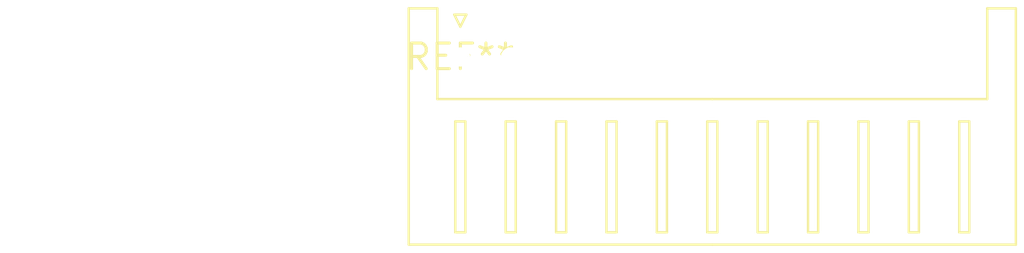
<source format=kicad_pcb>
(kicad_pcb (version 20240108) (generator pcbnew)
  (layers (0 "F.Cu" signal) (31 "B.Cu" signal) (34 "B.Paste" user) (35 "F.Paste" user) (36 "B.SilkS" user "B.Silkscreen") (37 "F.SilkS" user "F.Silkscreen") (38 "B.Mask" user) (39 "F.Mask" user) (44 "Edge.Cuts" user))
  (net 0 "")
  (footprint "JST_XH_S11B-XH-A_1x11_P2.50mm_Horizontal" (layer "F.Cu") (at 0 0)
    (property "Reference" "REF**")
    (property "Value" "JST_XH_S11B-XH-A_1x11_P2.50mm_Horizontal")
    (fp_line (start -2.56 -2.41) (end -1.14 -2.41) (layer "F.SilkS") (stroke (width 0.12)))
    (fp_line (start -2.56 9.31) (end -2.56 -2.41) (layer "F.SilkS") (stroke (width 0.12)))
    (fp_line (start -1.14 -2.41) (end -1.14 2.09) (layer "F.SilkS") (stroke (width 0.12)))
    (fp_line (start -1.14 2.09) (end 12.5 2.09) (layer "F.SilkS") (stroke (width 0.12)))
    (fp_line (start -0.3 -2.1) (end 0.3 -2.1) (layer "F.SilkS") (stroke (width 0.12)))
    (fp_line (start -0.25 3.2) (end -0.25 8.7) (layer "F.SilkS") (stroke (width 0.12)))
    (fp_line (start -0.25 8.7) (end 0.25 8.7) (layer "F.SilkS") (stroke (width 0.12)))
    (fp_line (start 0 -1.5) (end -0.3 -2.1) (layer "F.SilkS") (stroke (width 0.12)))
    (fp_line (start 0.25 3.2) (end -0.25 3.2) (layer "F.SilkS") (stroke (width 0.12)))
    (fp_line (start 0.25 8.7) (end 0.25 3.2) (layer "F.SilkS") (stroke (width 0.12)))
    (fp_line (start 0.3 -2.1) (end 0 -1.5) (layer "F.SilkS") (stroke (width 0.12)))
    (fp_line (start 2.25 3.2) (end 2.25 8.7) (layer "F.SilkS") (stroke (width 0.12)))
    (fp_line (start 2.25 8.7) (end 2.75 8.7) (layer "F.SilkS") (stroke (width 0.12)))
    (fp_line (start 2.75 3.2) (end 2.25 3.2) (layer "F.SilkS") (stroke (width 0.12)))
    (fp_line (start 2.75 8.7) (end 2.75 3.2) (layer "F.SilkS") (stroke (width 0.12)))
    (fp_line (start 4.75 3.2) (end 4.75 8.7) (layer "F.SilkS") (stroke (width 0.12)))
    (fp_line (start 4.75 8.7) (end 5.25 8.7) (layer "F.SilkS") (stroke (width 0.12)))
    (fp_line (start 5.25 3.2) (end 4.75 3.2) (layer "F.SilkS") (stroke (width 0.12)))
    (fp_line (start 5.25 8.7) (end 5.25 3.2) (layer "F.SilkS") (stroke (width 0.12)))
    (fp_line (start 7.25 3.2) (end 7.25 8.7) (layer "F.SilkS") (stroke (width 0.12)))
    (fp_line (start 7.25 8.7) (end 7.75 8.7) (layer "F.SilkS") (stroke (width 0.12)))
    (fp_line (start 7.75 3.2) (end 7.25 3.2) (layer "F.SilkS") (stroke (width 0.12)))
    (fp_line (start 7.75 8.7) (end 7.75 3.2) (layer "F.SilkS") (stroke (width 0.12)))
    (fp_line (start 9.75 3.2) (end 9.75 8.7) (layer "F.SilkS") (stroke (width 0.12)))
    (fp_line (start 9.75 8.7) (end 10.25 8.7) (layer "F.SilkS") (stroke (width 0.12)))
    (fp_line (start 10.25 3.2) (end 9.75 3.2) (layer "F.SilkS") (stroke (width 0.12)))
    (fp_line (start 10.25 8.7) (end 10.25 3.2) (layer "F.SilkS") (stroke (width 0.12)))
    (fp_line (start 12.25 3.2) (end 12.25 8.7) (layer "F.SilkS") (stroke (width 0.12)))
    (fp_line (start 12.25 8.7) (end 12.75 8.7) (layer "F.SilkS") (stroke (width 0.12)))
    (fp_line (start 12.5 9.31) (end -2.56 9.31) (layer "F.SilkS") (stroke (width 0.12)))
    (fp_line (start 12.5 9.31) (end 27.56 9.31) (layer "F.SilkS") (stroke (width 0.12)))
    (fp_line (start 12.75 3.2) (end 12.25 3.2) (layer "F.SilkS") (stroke (width 0.12)))
    (fp_line (start 12.75 8.7) (end 12.75 3.2) (layer "F.SilkS") (stroke (width 0.12)))
    (fp_line (start 14.75 3.2) (end 14.75 8.7) (layer "F.SilkS") (stroke (width 0.12)))
    (fp_line (start 14.75 8.7) (end 15.25 8.7) (layer "F.SilkS") (stroke (width 0.12)))
    (fp_line (start 15.25 3.2) (end 14.75 3.2) (layer "F.SilkS") (stroke (width 0.12)))
    (fp_line (start 15.25 8.7) (end 15.25 3.2) (layer "F.SilkS") (stroke (width 0.12)))
    (fp_line (start 17.25 3.2) (end 17.25 8.7) (layer "F.SilkS") (stroke (width 0.12)))
    (fp_line (start 17.25 8.7) (end 17.75 8.7) (layer "F.SilkS") (stroke (width 0.12)))
    (fp_line (start 17.75 3.2) (end 17.25 3.2) (layer "F.SilkS") (stroke (width 0.12)))
    (fp_line (start 17.75 8.7) (end 17.75 3.2) (layer "F.SilkS") (stroke (width 0.12)))
    (fp_line (start 19.75 3.2) (end 19.75 8.7) (layer "F.SilkS") (stroke (width 0.12)))
    (fp_line (start 19.75 8.7) (end 20.25 8.7) (layer "F.SilkS") (stroke (width 0.12)))
    (fp_line (start 20.25 3.2) (end 19.75 3.2) (layer "F.SilkS") (stroke (width 0.12)))
    (fp_line (start 20.25 8.7) (end 20.25 3.2) (layer "F.SilkS") (stroke (width 0.12)))
    (fp_line (start 22.25 3.2) (end 22.25 8.7) (layer "F.SilkS") (stroke (width 0.12)))
    (fp_line (start 22.25 8.7) (end 22.75 8.7) (layer "F.SilkS") (stroke (width 0.12)))
    (fp_line (start 22.75 3.2) (end 22.25 3.2) (layer "F.SilkS") (stroke (width 0.12)))
    (fp_line (start 22.75 8.7) (end 22.75 3.2) (layer "F.SilkS") (stroke (width 0.12)))
    (fp_line (start 24.75 3.2) (end 24.75 8.7) (layer "F.SilkS") (stroke (width 0.12)))
    (fp_line (start 24.75 8.7) (end 25.25 8.7) (layer "F.SilkS") (stroke (width 0.12)))
    (fp_line (start 25.25 3.2) (end 24.75 3.2) (layer "F.SilkS") (stroke (width 0.12)))
    (fp_line (start 25.25 8.7) (end 25.25 3.2) (layer "F.SilkS") (stroke (width 0.12)))
    (fp_line (start 26.14 -2.41) (end 26.14 2.09) (layer "F.SilkS") (stroke (width 0.12)))
    (fp_line (start 26.14 2.09) (end 12.5 2.09) (layer "F.SilkS") (stroke (width 0.12)))
    (fp_line (start 27.56 -2.41) (end 26.14 -2.41) (layer "F.SilkS") (stroke (width 0.12)))
    (fp_line (start 27.56 9.31) (end 27.56 -2.41) (layer "F.SilkS") (stroke (width 0.12)))
    (pad "1" thru_hole roundrect (at 0 0) (size 1.7 1.95) (drill 0.95) (layers *.Cu *.Mask) (remove_unused_layers) (roundrect_rratio 0.147059))
    (pad "2" thru_hole oval (at 2.5 0) (size 1.7 1.95) (drill 0.95) (layers *.Cu *.Mask) (remove_unused_layers))
    (pad "3" thru_hole oval (at 5 0) (size 1.7 1.95) (drill 0.95) (layers *.Cu *.Mask) (remove_unused_layers))
    (pad "4" thru_hole oval (at 7.5 0) (size 1.7 1.95) (drill 0.95) (layers *.Cu *.Mask) (remove_unused_layers))
    (pad "5" thru_hole oval (at 10 0) (size 1.7 1.95) (drill 0.95) (layers *.Cu *.Mask) (remove_unused_layers))
    (pad "6" thru_hole oval (at 12.5 0) (size 1.7 1.95) (drill 0.95) (layers *.Cu *.Mask) (remove_unused_layers))
    (pad "7" thru_hole oval (at 15 0) (size 1.7 1.95) (drill 0.95) (layers *.Cu *.Mask) (remove_unused_layers))
    (pad "8" thru_hole oval (at 17.5 0) (size 1.7 1.95) (drill 0.95) (layers *.Cu *.Mask) (remove_unused_layers))
    (pad "9" thru_hole oval (at 20 0) (size 1.7 1.95) (drill 0.95) (layers *.Cu *.Mask) (remove_unused_layers))
    (pad "10" thru_hole oval (at 22.5 0) (size 1.7 1.95) (drill 0.95) (layers *.Cu *.Mask) (remove_unused_layers))
    (pad "11" thru_hole oval (at 25 0) (size 1.7 1.95) (drill 0.95) (layers *.Cu *.Mask) (remove_unused_layers))
  )
)
</source>
